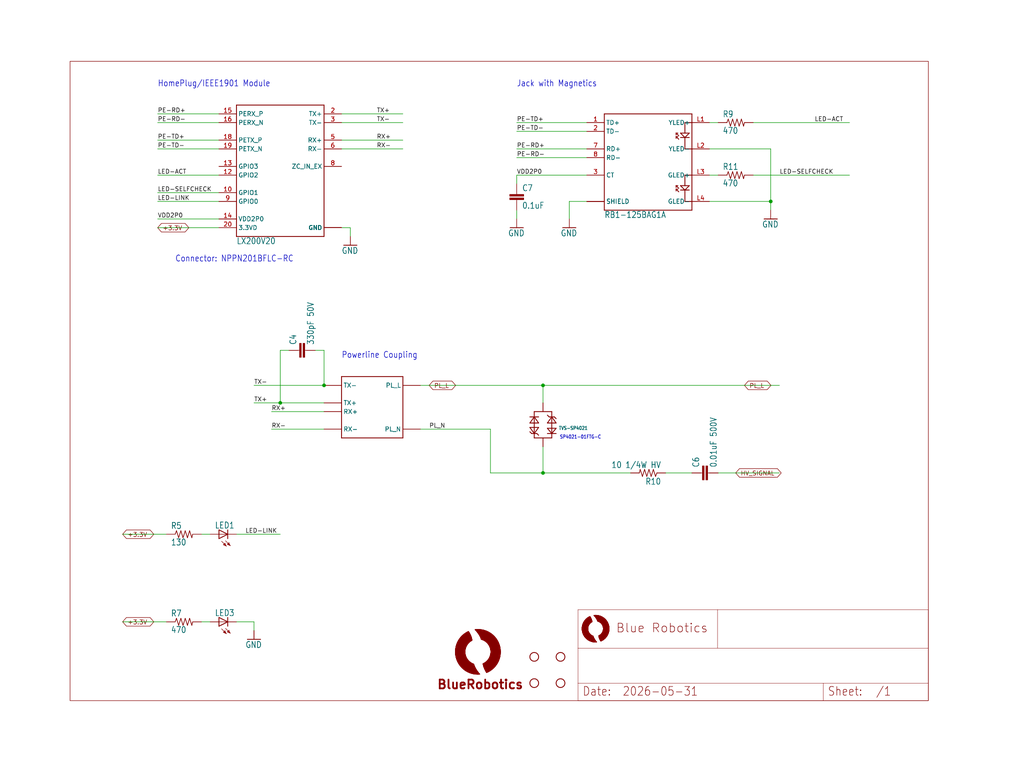
<source format=kicad_sch>
(kicad_sch (version 20231120) (generator "eeschema") (generator_version "8.0")
  (paper "User" 297.002 223.596)
  (lib_symbols
    (symbol "Fathom-X-eagle-import:C-EUC0603"
      (property "Reference" "C" (at 1.524 0.381 0))
      (symbol "C-EUC0603_1_0"
        (pin passive line (at 0 2.54 270) (length 2.54) (name "1") (number "1"))
        (pin passive line (at 0 -5.08 90) (length 2.54) (name "2") (number "2"))
      )
    )
    (symbol "Fathom-X-eagle-import:C-EUC0805"
      (property "Reference" "C" (at 1.524 0.381 0))
      (symbol "C-EUC0805_1_0"
        (pin passive line (at 0 2.54 270) (length 2.54) (name "1") (number "1"))
        (pin passive line (at 0 -5.08 90) (length 2.54) (name "2") (number "2"))
      )
    )
    (symbol "Fathom-X-eagle-import:C-EUC1206"
      (property "Reference" "C" (at 1.524 0.381 0))
      (symbol "C-EUC1206_1_0"
        (pin passive line (at 0 2.54 270) (length 2.54) (name "1") (number "1"))
        (pin passive line (at 0 -5.08 90) (length 2.54) (name "2") (number "2"))
      )
    )
    (symbol "Fathom-X-eagle-import:FRAME-BLUEROBOTICS"
      (symbol "FRAME-BLUEROBOTICS_2_0"
        (text "${#}/${##}" (at 86.3549 1.2496 0) (effects (font (size 2.54 2.159)) (justify left bottom)))
        (text "${CURRENT_DATE}" (at 12.8727 1.2496 0) (effects (font (size 2.54 2.159)) (justify left bottom)))
        (text "${PROJECTNAME}" (at 1.7729 10.6476 0) (effects (font (size 2.54 2.159)) (justify left bottom)))
        (text "Blue Robotics" (at 10.9423 19.6138 0) (effects (font (size 2.54 2.54)) (justify left bottom)))
        (text "Date:" (at 1.2649 1.2496 0) (effects (font (size 2.54 2.159)) (justify left bottom)))
        (text "Sheet:" (at 72.3849 1.2496 0) (effects (font (size 2.54 2.159)) (justify left bottom)))
      )
    )
    (symbol "Fathom-X-eagle-import:GND" (power)
      (symbol "GND_1_0"
        (pin power_in line (at 0 2.54 270) (length 2.54) (name "GND") (number "1"))
      )
    )
    (symbol "Fathom-X-eagle-import:LEDCHIPLED_0603"
      (property "Reference" "LED" (at 3.556 -4.572 90))
      (symbol "LEDCHIPLED_0603_1_0"
        (pin passive line (at 0 2.54 270) (length 2.54) (name "A") (number "A"))
        (pin passive line (at 0 -5.08 90) (length 2.54) (name "C") (number "C"))
      )
    )
    (symbol "Fathom-X-eagle-import:LOGOBR-LOGO-MS-COPPER"
      (symbol "LOGOBR-LOGO-MS-COPPER_1_0"
        (text "BlueRobotics" (at -5.4864 -4.3942 0) (effects (font (size 2.54 2.54) (thickness 0.508) (bold yes)) (justify left bottom)))
      )
    )
    (symbol "Fathom-X-eagle-import:LX200V20"
      (symbol "LX200V20_1_0"
        (pin bidirectional line (at 17.78 -15.24 180) (length 5.08) (name "GND") (number "1"))
        (pin bidirectional line (at -17.78 -5.08 0) (length 5.08) (name "GPIO1") (number "10"))
        (pin bidirectional line (at 17.78 -15.24 180) (length 5.08) (name "GND") (number "11"))
        (pin bidirectional line (at -17.78 0 0) (length 5.08) (name "GPIO2") (number "12"))
        (pin bidirectional line (at -17.78 2.54 0) (length 5.08) (name "GPIO3") (number "13"))
        (pin bidirectional line (at -17.78 -12.7 0) (length 5.08) (name "VDD2P0") (number "14"))
        (pin bidirectional line (at -17.78 17.78 0) (length 5.08) (name "PERX_P") (number "15"))
        (pin bidirectional line (at -17.78 15.24 0) (length 5.08) (name "PERX_N") (number "16"))
        (pin bidirectional line (at 17.78 -15.24 180) (length 5.08) (name "GND") (number "17"))
        (pin bidirectional line (at -17.78 10.16 0) (length 5.08) (name "PETX_P") (number "18"))
        (pin bidirectional line (at -17.78 7.62 0) (length 5.08) (name "PETX_N") (number "19"))
        (pin bidirectional line (at 17.78 17.78 180) (length 5.08) (name "TX+") (number "2"))
        (pin bidirectional line (at -17.78 -15.24 0) (length 5.08) (name "3.3VD") (number "20"))
        (pin bidirectional line (at 17.78 15.24 180) (length 5.08) (name "TX-") (number "3"))
        (pin bidirectional line (at 17.78 -15.24 180) (length 5.08) (name "GND") (number "4"))
        (pin bidirectional line (at 17.78 10.16 180) (length 5.08) (name "RX+") (number "5"))
        (pin bidirectional line (at 17.78 7.62 180) (length 5.08) (name "RX-") (number "6"))
        (pin bidirectional line (at 17.78 -15.24 180) (length 5.08) (name "GND") (number "7"))
        (pin bidirectional line (at 17.78 2.54 180) (length 5.08) (name "ZC_IN_EX") (number "8"))
        (pin bidirectional line (at -17.78 -7.62 0) (length 5.08) (name "GPIO0") (number "9"))
      )
    )
    (symbol "Fathom-X-eagle-import:R-US_R0603"
      (property "Reference" "R" (at -3.81 1.4986 0))
      (symbol "R-US_R0603_1_0"
        (pin passive line (at -5.08 0 0) (length 2.54) (name "1") (number "1"))
        (pin passive line (at 5.08 0 180) (length 2.54) (name "2") (number "2"))
      )
    )
    (symbol "Fathom-X-eagle-import:R-US_R1206"
      (property "Reference" "R" (at -3.81 1.4986 0))
      (symbol "R-US_R1206_1_0"
        (pin passive line (at -5.08 0 0) (length 2.54) (name "1") (number "1"))
        (pin passive line (at 5.08 0 180) (length 2.54) (name "2") (number "2"))
      )
    )
    (symbol "Fathom-X-eagle-import:RJ45-MAG"
      (symbol "RJ45-MAG_1_0"
        (pin bidirectional line (at -17.78 10.16 0) (length 5.08) (name "TD+") (number "1"))
        (pin bidirectional line (at -17.78 7.62 0) (length 5.08) (name "TD-") (number "2"))
        (pin bidirectional line (at -17.78 -5.08 0) (length 5.08) (name "CT") (number "3"))
        (pin bidirectional line (at -17.78 2.54 0) (length 5.08) (name "RD+") (number "7"))
        (pin bidirectional line (at -17.78 0 0) (length 5.08) (name "RD-") (number "8"))
        (pin bidirectional line (at 17.78 10.16 180) (length 5.08) (name "YLED+") (number "L1"))
        (pin bidirectional line (at 17.78 2.54 180) (length 5.08) (name "YLED-") (number "L2"))
        (pin bidirectional line (at 17.78 -5.08 180) (length 5.08) (name "GLED+") (number "L3"))
        (pin bidirectional line (at 17.78 -12.7 180) (length 5.08) (name "GLED-") (number "L4"))
        (pin bidirectional line (at -17.78 -12.7 0) (length 5.08) (name "SHIELD") (number "SHIELD0"))
        (pin bidirectional line (at -17.78 -12.7 0) (length 5.08) (name "SHIELD") (number "SHIELD1"))
      )
    )
    (symbol "Fathom-X-eagle-import:STAND-OFF")
    (symbol "Fathom-X-eagle-import:TVS-SP4021"
      (symbol "TVS-SP4021_1_0"
        (pin bidirectional line (at 0 -2.54 90) (length 2.54) (name "P$1") (number "1"))
        (pin bidirectional line (at 0 10.16 270) (length 2.54) (name "P$2") (number "2"))
      )
    )
    (symbol "Fathom-X-eagle-import:UT11403S"
      (symbol "UT11403S_1_0"
        (pin bidirectional line (at 22.86 15.24 180) (length 5.08) (name "PL_L") (number "PL_L"))
        (pin bidirectional line (at 22.86 2.54 180) (length 5.08) (name "PL_N") (number "PL_N"))
        (pin bidirectional line (at -5.08 7.62 0) (length 5.08) (name "RX+") (number "RX+"))
        (pin bidirectional line (at -5.08 2.54 0) (length 5.08) (name "RX-") (number "RX-"))
        (pin bidirectional line (at -5.08 10.16 0) (length 5.08) (name "TX+") (number "TX+"))
        (pin bidirectional line (at -5.08 15.24 0) (length 5.08) (name "TX-") (number "TX-"))
      )
    )
  )
  (junction (at 157.48 137.16))
  (junction (at 157.48 111.76))
  (junction (at 81.28 116.84))
  (junction (at 93.98 111.76))
  (junction (at 223.52 58.42))
  (wire (pts (xy 101.6 66.04) (xy 101.6 68.58)) (stroke (width 0.1524)))
  (wire (pts (xy 193.04 137.16) (xy 200.66 137.16)) (stroke (width 0.1524)))
  (wire (pts (xy 157.48 129.54) (xy 157.48 137.16)) (stroke (width 0.1524)))
  (wire (pts (xy 93.98 101.6) (xy 93.98 111.76)) (stroke (width 0.1524)))
  (wire (pts (xy 142.24 124.46) (xy 142.24 137.16)) (stroke (width 0.1524)))
  (wire (pts (xy 149.86 60.96) (xy 149.86 63.5)) (stroke (width 0.1524)))
  (wire (pts (xy 99.06 43.18) (xy 116.84 43.18)) (stroke (width 0.1524)))
  (wire (pts (xy 93.98 111.76) (xy 73.66 111.76)) (stroke (width 0.1524)))
  (wire (pts (xy 93.98 119.38) (xy 78.74 119.38)) (stroke (width 0.1524)))
  (wire (pts (xy 81.28 116.84) (xy 73.66 116.84)) (stroke (width 0.1524)))
  (wire (pts (xy 218.44 35.56) (xy 246.38 35.56)) (stroke (width 0.1524)))
  (wire (pts (xy 121.92 124.46) (xy 142.24 124.46)) (stroke (width 0.1524)))
  (wire (pts (xy 99.06 66.04) (xy 101.6 66.04)) (stroke (width 0.1524)))
  (wire (pts (xy 157.48 137.16) (xy 182.88 137.16)) (stroke (width 0.1524)))
  (wire (pts (xy 48.26 154.94) (xy 35.56 154.94)) (stroke (width 0.1524)))
  (wire (pts (xy 205.74 58.42) (xy 223.52 58.42)) (stroke (width 0.1524)))
  (wire (pts (xy 149.86 50.8) (xy 149.86 53.34)) (stroke (width 0.1524)))
  (wire (pts (xy 81.28 101.6) (xy 81.28 116.84)) (stroke (width 0.1524)))
  (wire (pts (xy 63.5 43.18) (xy 45.72 43.18)) (stroke (width 0.1524)))
  (wire (pts (xy 73.66 180.34) (xy 73.66 182.88)) (stroke (width 0.1524)))
  (wire (pts (xy 223.52 58.42) (xy 223.52 60.96)) (stroke (width 0.1524)))
  (wire (pts (xy 83.82 101.6) (xy 81.28 101.6)) (stroke (width 0.1524)))
  (wire (pts (xy 218.44 50.8) (xy 246.38 50.8)) (stroke (width 0.1524)))
  (wire (pts (xy 48.26 180.34) (xy 35.56 180.34)) (stroke (width 0.1524)))
  (wire (pts (xy 99.06 40.64) (xy 116.84 40.64)) (stroke (width 0.1524)))
  (wire (pts (xy 93.98 124.46) (xy 78.74 124.46)) (stroke (width 0.1524)))
  (wire (pts (xy 63.5 58.42) (xy 45.72 58.42)) (stroke (width 0.1524)))
  (wire (pts (xy 58.42 180.34) (xy 60.96 180.34)) (stroke (width 0.1524)))
  (wire (pts (xy 99.06 35.56) (xy 116.84 35.56)) (stroke (width 0.1524)))
  (wire (pts (xy 157.48 111.76) (xy 226.06 111.76)) (stroke (width 0.1524)))
  (wire (pts (xy 142.24 137.16) (xy 157.48 137.16)) (stroke (width 0.1524)))
  (wire (pts (xy 170.18 45.72) (xy 149.86 45.72)) (stroke (width 0.1524)))
  (wire (pts (xy 63.5 50.8) (xy 45.72 50.8)) (stroke (width 0.1524)))
  (wire (pts (xy 63.5 33.02) (xy 45.72 33.02)) (stroke (width 0.1524)))
  (wire (pts (xy 170.18 50.8) (xy 149.86 50.8)) (stroke (width 0.1524)))
  (wire (pts (xy 63.5 63.5) (xy 45.72 63.5)) (stroke (width 0.1524)))
  (wire (pts (xy 170.18 38.1) (xy 149.86 38.1)) (stroke (width 0.1524)))
  (wire (pts (xy 68.58 180.34) (xy 73.66 180.34)) (stroke (width 0.1524)))
  (wire (pts (xy 81.28 154.94) (xy 68.58 154.94)) (stroke (width 0.1524)))
  (wire (pts (xy 205.74 35.56) (xy 208.28 35.56)) (stroke (width 0.1524)))
  (wire (pts (xy 205.74 43.18) (xy 223.52 43.18)) (stroke (width 0.1524)))
  (wire (pts (xy 205.74 50.8) (xy 208.28 50.8)) (stroke (width 0.1524)))
  (wire (pts (xy 58.42 154.94) (xy 60.96 154.94)) (stroke (width 0.1524)))
  (wire (pts (xy 91.44 101.6) (xy 93.98 101.6)) (stroke (width 0.1524)))
  (wire (pts (xy 63.5 66.04) (xy 45.72 66.04)) (stroke (width 0.1524)))
  (wire (pts (xy 165.1 58.42) (xy 165.1 63.5)) (stroke (width 0.1524)))
  (wire (pts (xy 121.92 111.76) (xy 157.48 111.76)) (stroke (width 0.1524)))
  (wire (pts (xy 223.52 43.18) (xy 223.52 58.42)) (stroke (width 0.1524)))
  (wire (pts (xy 157.48 116.84) (xy 157.48 111.76)) (stroke (width 0.1524)))
  (wire (pts (xy 63.5 35.56) (xy 45.72 35.56)) (stroke (width 0.1524)))
  (wire (pts (xy 63.5 55.88) (xy 45.72 55.88)) (stroke (width 0.1524)))
  (wire (pts (xy 93.98 116.84) (xy 81.28 116.84)) (stroke (width 0.1524)))
  (wire (pts (xy 99.06 33.02) (xy 116.84 33.02)) (stroke (width 0.1524)))
  (wire (pts (xy 170.18 58.42) (xy 165.1 58.42)) (stroke (width 0.1524)))
  (wire (pts (xy 170.18 35.56) (xy 149.86 35.56)) (stroke (width 0.1524)))
  (wire (pts (xy 170.18 43.18) (xy 149.86 43.18)) (stroke (width 0.1524)))
  (wire (pts (xy 208.28 137.16) (xy 226.06 137.16)) (stroke (width 0.1524)))
  (wire (pts (xy 63.5 40.64) (xy 45.72 40.64)) (stroke (width 0.1524)))
  (text "Jack with Magnetics" (at 149.86 25.4 0) (effects (font (size 1.778 1.5113)) (justify left bottom)))
  (text "HomePlug/IEEE1901 Module" (at 45.72 25.4 0) (effects (font (size 1.778 1.5113)) (justify left bottom)))
  (text "Powerline Coupling" (at 99.06 104.14 0) (effects (font (size 1.778 1.5113)) (justify left bottom)))
  (text "Connector: NPPN201BFLC-RC" (at 50.8 76.2 0) (effects (font (size 1.778 1.5113)) (justify left bottom)))
  (text "SP4021-01FTG-C" (at 162.306 127.508 0) (effects (font (size 1.016 0.8636)) (justify left bottom)))
  (label "RX+" (at 78.74 119.38 0) (effects (font (size 1.2446 1.2446))))
  (label "LED-ACT" (at 236.22 35.56 0) (effects (font (size 1.2446 1.2446))))
  (label "PE-RD+" (at 149.86 43.18 0) (effects (font (size 1.2446 1.2446))))
  (label "PE-TD-" (at 45.72 43.18 0) (effects (font (size 1.2446 1.2446))))
  (label "TX+" (at 73.66 116.84 0) (effects (font (size 1.2446 1.2446))))
  (label "PE-TD+" (at 45.72 40.64 0) (effects (font (size 1.2446 1.2446))))
  (label "PL_N" (at 124.46 124.46 0) (effects (font (size 1.2446 1.2446))))
  (label "PE-RD-" (at 149.86 45.72 0) (effects (font (size 1.2446 1.2446))))
  (label "PE-TD+" (at 149.86 35.56 0) (effects (font (size 1.2446 1.2446))))
  (label "RX-" (at 78.74 124.46 0) (effects (font (size 1.2446 1.2446))))
  (label "PE-RD+" (at 45.72 33.02 0) (effects (font (size 1.2446 1.2446))))
  (label "LED-SELFCHECK" (at 45.72 55.88 0) (effects (font (size 1.2446 1.2446))))
  (label "LED-SELFCHECK" (at 226.06 50.8 0) (effects (font (size 1.2446 1.2446))))
  (label "PE-RD-" (at 45.72 35.56 0) (effects (font (size 1.2446 1.2446))))
  (label "VDD2P0" (at 149.86 50.8 0) (effects (font (size 1.2446 1.2446))))
  (label "PE-TD-" (at 149.86 38.1 0) (effects (font (size 1.2446 1.2446))))
  (label "LED-LINK" (at 71.12 154.94 0) (effects (font (size 1.2446 1.2446))))
  (label "TX-" (at 109.22 35.56 0) (effects (font (size 1.2446 1.2446))))
  (label "TX+" (at 109.22 33.02 0) (effects (font (size 1.2446 1.2446))))
  (label "TX-" (at 73.66 111.76 0) (effects (font (size 1.2446 1.2446))))
  (label "LED-LINK" (at 45.72 58.42 0) (effects (font (size 1.2446 1.2446))))
  (label "LED-ACT" (at 45.72 50.8 0) (effects (font (size 1.2446 1.2446))))
  (label "RX-" (at 109.22 43.18 0) (effects (font (size 1.2446 1.2446))))
  (label "VDD2P0" (at 45.72 63.5 0) (effects (font (size 1.2446 1.2446))))
  (label "RX+" (at 109.22 40.64 0) (effects (font (size 1.2446 1.2446))))
  (global_label "PL_L" (shape bidirectional) (at 124.46 111.76 0) (effects (font (size 1.2446 1.2446))) (property "Intersheetrefs" "${INTERSHEET_REFS}" (effects (hide yes))))
  (global_label "+3.3V" (shape bidirectional) (at 35.56 180.34 0) (effects (font (size 1.2446 1.2446))) (property "Intersheetrefs" "${INTERSHEET_REFS}" (effects (hide yes))))
  (global_label "+3.3V" (shape bidirectional) (at 45.72 66.04 0) (effects (font (size 1.2446 1.2446))) (property "Intersheetrefs" "${INTERSHEET_REFS}" (effects (hide yes))))
  (global_label "+3.3V" (shape bidirectional) (at 35.56 154.94 0) (effects (font (size 1.2446 1.2446))) (property "Intersheetrefs" "${INTERSHEET_REFS}" (effects (hide yes))))
  (global_label "PL_L" (shape bidirectional) (at 215.9 111.76 0) (effects (font (size 1.2446 1.2446))) (property "Intersheetrefs" "${INTERSHEET_REFS}" (effects (hide yes))))
  (global_label "HV_SIGNAL" (shape bidirectional) (at 213.36 137.16 0) (effects (font (size 1.2446 1.2446))) (property "Intersheetrefs" "${INTERSHEET_REFS}" (effects (hide yes))))
  (symbol (lib_id "Fathom-X-eagle-import:C-EUC1206") (at 203.2 137.16 90) (unit 1)
    (property "Reference" "C6" (at 202.819 135.636 0) (effects (font (size 1.778 1.5113)) (justify left bottom)))
    (property "Value" "0.01uF 500V" (at 207.899 135.636 0) (effects (font (size 1.778 1.5113)) (justify left bottom)))
    (property "Footprint" "Fathom-X:C1206" (effects (hide yes)))
  )
  (symbol (lib_id "Fathom-X-eagle-import:STAND-OFF") (at 154.94 198.12 0) (unit 1)
    (property "Reference" "STANDOFF1" (effects (hide yes)))
    (property "Value" "STAND-OFF" (effects (hide yes)))
    (property "Footprint" "Fathom-X:STAND-OFF" (effects (hide yes)))
  )
  (symbol (lib_id "Fathom-X-eagle-import:R-US_R0603") (at 213.36 35.56 0) (unit 1)
    (property "Reference" "R9" (at 209.55 34.0614 0) (effects (font (size 1.778 1.5113)) (justify left bottom)))
    (property "Value" "470" (at 209.55 38.862 0) (effects (font (size 1.778 1.5113)) (justify left bottom)))
    (property "Footprint" "Fathom-X:R0603" (effects (hide yes)))
  )
  (symbol (lib_id "Fathom-X-eagle-import:C-EUC0805") (at 86.36 101.6 90) (unit 1)
    (property "Reference" "C4" (at 85.979 100.076 0) (effects (font (size 1.778 1.5113)) (justify left bottom)))
    (property "Value" "330pF 50V" (at 91.059 100.076 0) (effects (font (size 1.778 1.5113)) (justify left bottom)))
    (property "Footprint" "Fathom-X:C0805" (effects (hide yes)))
  )
  (symbol (lib_id "Fathom-X-eagle-import:GND") (at 149.86 66.04 0) (unit 1)
    (property "Reference" "#GND9" (effects (hide yes)))
    (property "Value" "GND" (at 147.32 68.58 0) (effects (font (size 1.778 1.5113)) (justify left bottom)))
  )
  (symbol (lib_id "Fathom-X-eagle-import:GND") (at 223.52 63.5 0) (unit 1)
    (property "Reference" "#GND11" (effects (hide yes)))
    (property "Value" "GND" (at 220.98 66.04 0) (effects (font (size 1.778 1.5113)) (justify left bottom)))
  )
  (symbol (lib_id "Fathom-X-eagle-import:R-US_R0603") (at 213.36 50.8 0) (unit 1)
    (property "Reference" "R11" (at 209.55 49.3014 0) (effects (font (size 1.778 1.5113)) (justify left bottom)))
    (property "Value" "470" (at 209.55 54.102 0) (effects (font (size 1.778 1.5113)) (justify left bottom)))
    (property "Footprint" "Fathom-X:R0603" (effects (hide yes)))
  )
  (symbol (lib_id "Fathom-X-eagle-import:STAND-OFF") (at 154.94 190.5 0) (unit 1)
    (property "Reference" "STANDOFF5" (effects (hide yes)))
    (property "Value" "STAND-OFF" (effects (hide yes)))
    (property "Footprint" "Fathom-X:STAND-OFF" (effects (hide yes)))
  )
  (symbol (lib_id "Fathom-X-eagle-import:GND") (at 165.1 66.04 0) (unit 1)
    (property "Reference" "#GND10" (effects (hide yes)))
    (property "Value" "GND" (at 162.56 68.58 0) (effects (font (size 1.778 1.5113)) (justify left bottom)))
  )
  (symbol (lib_id "Fathom-X-eagle-import:C-EUC0603") (at 149.86 55.88 0) (unit 1)
    (property "Reference" "C7" (at 151.384 55.499 0) (effects (font (size 1.778 1.5113)) (justify left bottom)))
    (property "Value" "0.1uF" (at 151.384 60.579 0) (effects (font (size 1.778 1.5113)) (justify left bottom)))
    (property "Footprint" "Fathom-X:C0603" (effects (hide yes)))
  )
  (symbol (lib_id "Fathom-X-eagle-import:LEDCHIPLED_0603") (at 63.5 154.94 90) (unit 1)
    (property "Reference" "LED1" (at 68.072 151.384 90) (effects (font (size 1.778 1.5113)) (justify left bottom)))
    (property "Value" "LEDCHIPLED_0603" (effects (hide yes)))
    (property "Footprint" "Fathom-X:CHIPLED_0603" (effects (hide yes)))
  )
  (symbol (lib_id "Fathom-X-eagle-import:FRAME-BLUEROBOTICS") (at 167.64 203.2 0) (unit 2)
    (property "Reference" "#FRAME1" (effects (hide yes)))
    (property "Value" "LX200V20, 8P8C-MAG, and PL Transformer" (effects (hide yes)))
  )
  (symbol (lib_id "Fathom-X-eagle-import:STAND-OFF") (at 162.56 198.12 0) (unit 1)
    (property "Reference" "STANDOFF2" (effects (hide yes)))
    (property "Value" "STAND-OFF" (effects (hide yes)))
    (property "Footprint" "Fathom-X:STAND-OFF" (effects (hide yes)))
  )
  (symbol (lib_id "Fathom-X-eagle-import:LEDCHIPLED_0603") (at 63.5 180.34 90) (unit 1)
    (property "Reference" "LED3" (at 68.072 176.784 90) (effects (font (size 1.778 1.5113)) (justify left bottom)))
    (property "Value" "LEDCHIPLED_0603" (effects (hide yes)))
    (property "Footprint" "Fathom-X:CHIPLED_0603" (effects (hide yes)))
  )
  (symbol (lib_id "Fathom-X-eagle-import:GND") (at 101.6 71.12 0) (unit 1)
    (property "Reference" "#GND4" (effects (hide yes)))
    (property "Value" "GND" (at 99.06 73.66 0) (effects (font (size 1.778 1.5113)) (justify left bottom)))
  )
  (symbol (lib_id "Fathom-X-eagle-import:LX200V20") (at 81.28 50.8 0) (unit 1)
    (property "Reference" "U$1" (effects (hide yes)))
    (property "Value" "LX200V20" (at 68.58 70.866 0) (effects (font (size 1.778 1.5113)) (justify left bottom)))
    (property "Footprint" "Fathom-X:LX200V20" (effects (hide yes)))
  )
  (symbol (lib_id "Fathom-X-eagle-import:GND") (at 73.66 185.42 0) (unit 1)
    (property "Reference" "#GND5" (effects (hide yes)))
    (property "Value" "GND" (at 71.12 187.96 0) (effects (font (size 1.778 1.5113)) (justify left bottom)))
  )
  (symbol (lib_id "Fathom-X-eagle-import:FRAME-BLUEROBOTICS") (at 20.32 203.2 0) (unit 1)
    (property "Reference" "#FRAME1" (effects (hide yes)))
    (property "Value" "LX200V20, 8P8C-MAG, and PL Transformer" (effects (hide yes)))
  )
  (symbol (lib_id "Fathom-X-eagle-import:R-US_R0603") (at 53.34 154.94 0) (unit 1)
    (property "Reference" "R5" (at 49.53 153.4414 0) (effects (font (size 1.778 1.5113)) (justify left bottom)))
    (property "Value" "130" (at 49.53 158.242 0) (effects (font (size 1.778 1.5113)) (justify left bottom)))
    (property "Footprint" "Fathom-X:R0603" (effects (hide yes)))
  )
  (symbol (lib_id "Fathom-X-eagle-import:UT11403S") (at 99.06 127 0) (unit 1)
    (property "Reference" "U$3" (effects (hide yes)))
    (property "Value" "UT11403S" (effects (hide yes)))
    (property "Footprint" "Fathom-X:UT11403S" (effects (hide yes)))
  )
  (symbol (lib_id "Fathom-X-eagle-import:STAND-OFF") (at 162.56 190.5 0) (unit 1)
    (property "Reference" "STANDOFF3" (effects (hide yes)))
    (property "Value" "STAND-OFF" (effects (hide yes)))
    (property "Footprint" "Fathom-X:STAND-OFF" (effects (hide yes)))
  )
  (symbol (lib_id "Fathom-X-eagle-import:R-US_R0603") (at 53.34 180.34 0) (unit 1)
    (property "Reference" "R7" (at 49.53 178.8414 0) (effects (font (size 1.778 1.5113)) (justify left bottom)))
    (property "Value" "470" (at 49.53 183.642 0) (effects (font (size 1.778 1.5113)) (justify left bottom)))
    (property "Footprint" "Fathom-X:R0603" (effects (hide yes)))
  )
  (symbol (lib_id "Fathom-X-eagle-import:TVS-SP4021") (at 157.48 127 0) (unit 1)
    (property "Reference" "U$5" (effects (hide yes)))
    (property "Value" "TVS-SP4021" (at 162.052 124.714 0) (effects (font (size 1.016 0.8636)) (justify left bottom)))
    (property "Footprint" "Fathom-X:SOD323-BIDIRECTIONAL" (effects (hide yes)))
  )
  (symbol (lib_id "Fathom-X-eagle-import:R-US_R1206") (at 187.96 137.16 180) (unit 1)
    (property "Reference" "R10" (at 191.77 138.6586 0) (effects (font (size 1.778 1.5113)) (justify left bottom)))
    (property "Value" "10 1/4W HV" (at 191.77 133.858 0) (effects (font (size 1.778 1.5113)) (justify left bottom)))
    (property "Footprint" "Fathom-X:R1206" (effects (hide yes)))
  )
  (symbol (lib_id "Fathom-X-eagle-import:LOGOBR-LOGO-MS-COPPER") (at 132.08 195.58 0) (unit 1)
    (property "Reference" "U$6" (effects (hide yes)))
    (property "Value" "LOGOBR-LOGO-MS-COPPER" (effects (hide yes)))
    (property "Footprint" "Fathom-X:BR-LOGO-MEDIUM-SMALL-COPPER" (effects (hide yes)))
  )
  (symbol (lib_id "Fathom-X-eagle-import:RJ45-MAG") (at 187.96 45.72 0) (unit 1)
    (property "Reference" "U$10" (effects (hide yes)))
    (property "Value" "RB1-125BAG1A" (at 175.26 63.246 0) (effects (font (size 1.778 1.5113)) (justify left bottom)))
    (property "Footprint" "Fathom-X:RJ45-MAG-WIZNET" (effects (hide yes)))
  )
)
</source>
